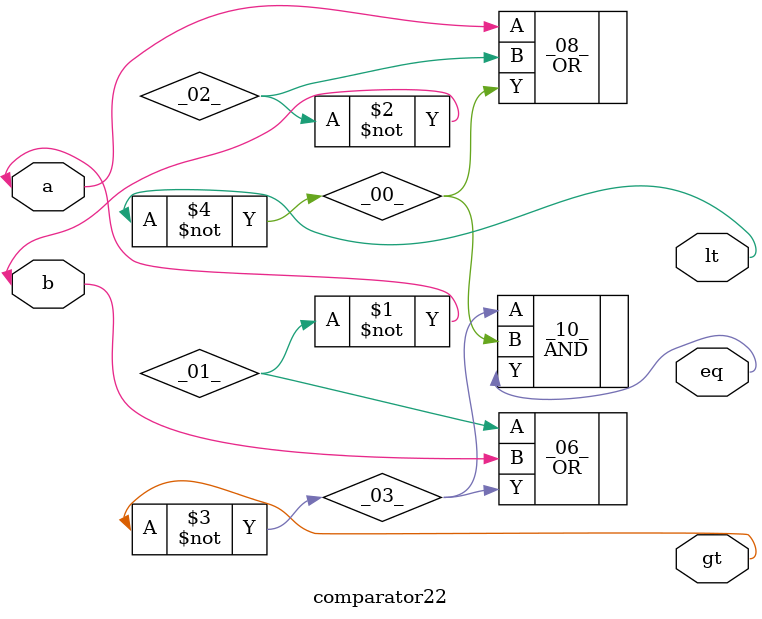
<source format=v>
/* Generated by Yosys 0.41+83 (git sha1 7045cf509, x86_64-w64-mingw32-g++ 13.2.1 -Os) */

/* cells_not_processed =  1  */
/* src = "comparator22.v:1.1-13.10" */
module comparator22(a, b, eq, gt, lt);
  wire _00_;
  wire _01_;
  wire _02_;
  wire _03_;
  /* src = "comparator22.v:1.28-1.29" */
  input a;
  wire a;
  /* src = "comparator22.v:1.37-1.38" */
  input b;
  wire b;
  /* src = "comparator22.v:1.47-1.49" */
  output eq;
  wire eq;
  /* src = "comparator22.v:1.58-1.60" */
  output gt;
  wire gt;
  /* src = "comparator22.v:1.69-1.71" */
  output lt;
  wire lt;
  not _04_ (
    .A(a),
    .Y(_01_)
  );
  not _05_ (
    .A(b),
    .Y(_02_)
  );
  OR _06_ (
    .A(_01_),
    .B(b),
    .Y(_03_)
  );
  not _07_ (
    .A(_03_),
    .Y(gt)
  );
  OR _08_ (
    .A(a),
    .B(_02_),
    .Y(_00_)
  );
  not _09_ (
    .A(_00_),
    .Y(lt)
  );
  AND _10_ (
    .A(_03_),
    .B(_00_),
    .Y(eq)
  );
endmodule

</source>
